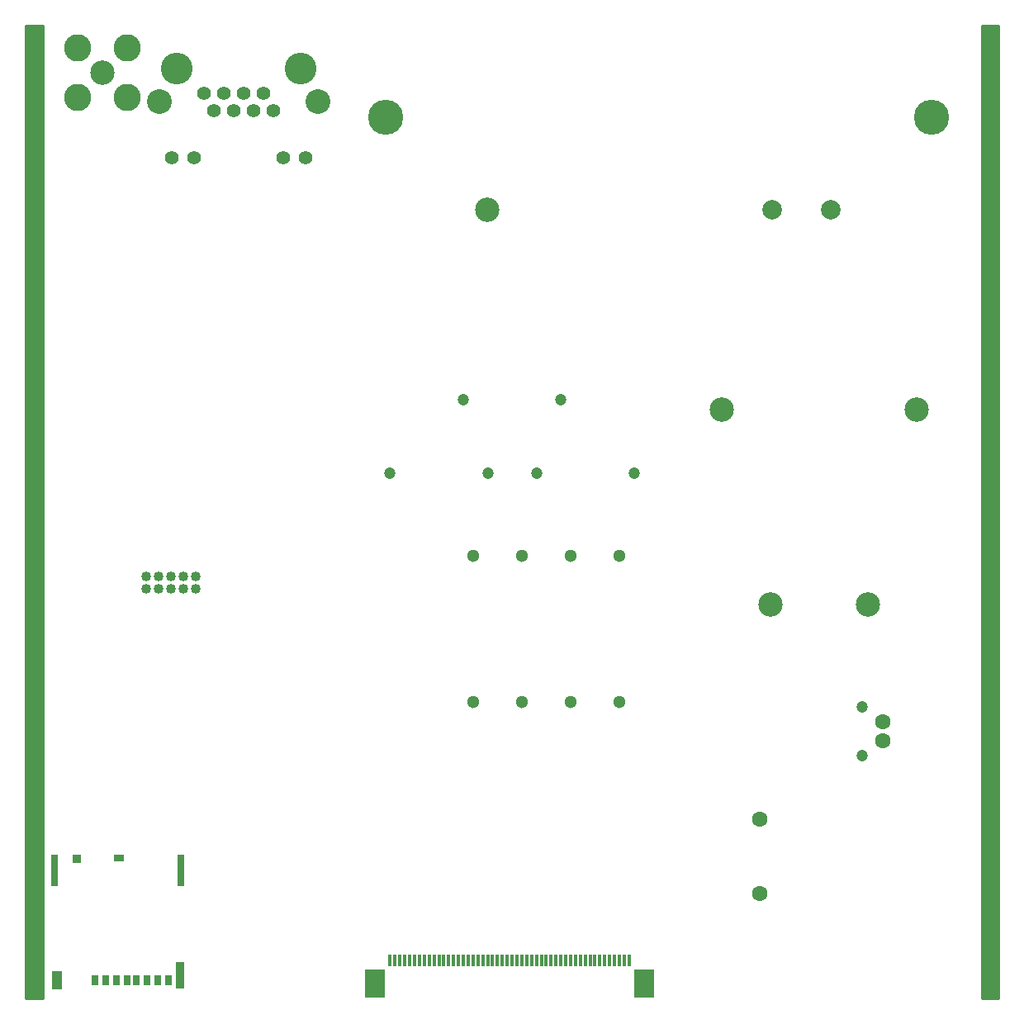
<source format=gbs>
G04 #@! TF.FileFunction,Soldermask,Bot*
%FSLAX46Y46*%
G04 Gerber Fmt 4.6, Leading zero omitted, Abs format (unit mm)*
G04 Created by KiCad (PCBNEW 201609280951+7255~55~ubuntu14.04.1-) date Mon Dec 19 07:10:35 2016*
%MOMM*%
%LPD*%
G01*
G04 APERTURE LIST*
%ADD10C,0.100000*%
%ADD11C,3.600000*%
%ADD12C,2.500000*%
%ADD13C,2.000000*%
%ADD14R,2.000000X3.000000*%
%ADD15R,0.300000X1.250000*%
%ADD16R,0.700000X1.100000*%
%ADD17R,1.140000X1.830000*%
%ADD18R,0.860000X2.800000*%
%ADD19R,0.700000X3.330000*%
%ADD20R,0.900000X0.930000*%
%ADD21R,1.050000X0.780000*%
%ADD22C,1.600000*%
%ADD23C,2.540000*%
%ADD24C,3.251200*%
%ADD25C,1.400000*%
%ADD26C,1.200000*%
%ADD27C,1.300000*%
%ADD28C,1.016000*%
%ADD29C,2.800000*%
%ADD30C,0.254000*%
G04 APERTURE END LIST*
D10*
D11*
X143000000Y-59500000D03*
X87000000Y-59500000D03*
D12*
X97450000Y-69050000D03*
D13*
X132650000Y-69050000D03*
X126650000Y-69050000D03*
D14*
X85960000Y-148325000D03*
X113540000Y-148325000D03*
D15*
X87500000Y-146000000D03*
X88000000Y-146000000D03*
X88500000Y-146000000D03*
X89000000Y-146000000D03*
X89500000Y-146000000D03*
X90000000Y-146000000D03*
X90500000Y-146000000D03*
X91000000Y-146000000D03*
X91500000Y-146000000D03*
X92000000Y-146000000D03*
X92500000Y-146000000D03*
X93000000Y-146000000D03*
X93500000Y-146000000D03*
X94000000Y-146000000D03*
X94500000Y-146000000D03*
X95000000Y-146000000D03*
X95500000Y-146000000D03*
X96000000Y-146000000D03*
X96500000Y-146000000D03*
X97000000Y-146000000D03*
X97500000Y-146000000D03*
X98000000Y-146000000D03*
X98500000Y-146000000D03*
X99000000Y-146000000D03*
X99500000Y-146000000D03*
X100000000Y-146000000D03*
X100500000Y-146000000D03*
X101000000Y-146000000D03*
X101500000Y-146000000D03*
X102000000Y-146000000D03*
X102500000Y-146000000D03*
X103000000Y-146000000D03*
X103500000Y-146000000D03*
X104000000Y-146000000D03*
X104500000Y-146000000D03*
X105000000Y-146000000D03*
X105500000Y-146000000D03*
X106000000Y-146000000D03*
X106500000Y-146000000D03*
X107000000Y-146000000D03*
X107500000Y-146000000D03*
X108000000Y-146000000D03*
X108500000Y-146000000D03*
X109000000Y-146000000D03*
X109500000Y-146000000D03*
X110000000Y-146000000D03*
X110500000Y-146000000D03*
X111000000Y-146000000D03*
X111500000Y-146000000D03*
X112000000Y-146000000D03*
D16*
X57200000Y-148000000D03*
X58300000Y-148000000D03*
X59400000Y-148000000D03*
X60500000Y-148000000D03*
X61500000Y-148000000D03*
X62600000Y-148000000D03*
X63700000Y-148000000D03*
X64800000Y-148000000D03*
D17*
X53320000Y-147985000D03*
D18*
X65980000Y-147500000D03*
D19*
X66060000Y-136735000D03*
X53100000Y-136735000D03*
D20*
X55410000Y-135535000D03*
D21*
X59675000Y-135460000D03*
D22*
X125400000Y-131500000D03*
X125400000Y-139100000D03*
D23*
X63872000Y-57929000D03*
X80128000Y-57929000D03*
D24*
X65650000Y-54500000D03*
X78350000Y-54500000D03*
D25*
X67428000Y-63644000D03*
X76572000Y-63644000D03*
X65142000Y-63644000D03*
X78858000Y-63644000D03*
X68444000Y-57040000D03*
X70476000Y-57040000D03*
X72508000Y-57040000D03*
X74540000Y-57040000D03*
X69460000Y-58818000D03*
X71492000Y-58818000D03*
X73524000Y-58818000D03*
X75556000Y-58818000D03*
D22*
X138000000Y-121500000D03*
X138000000Y-123500000D03*
D26*
X135900000Y-120000000D03*
X135900000Y-125000000D03*
D27*
X111000000Y-104500000D03*
X106000000Y-104500000D03*
X101000000Y-104500000D03*
X96000000Y-104500000D03*
X96000000Y-119500000D03*
X101000000Y-119500000D03*
X106000000Y-119500000D03*
X111000000Y-119500000D03*
D26*
X105000000Y-88500000D03*
X95000000Y-88500000D03*
X87500000Y-96000000D03*
X97500000Y-96000000D03*
X112500000Y-96000000D03*
X102500000Y-96000000D03*
D28*
X67590000Y-106615000D03*
X67590000Y-107885000D03*
X66320000Y-106615000D03*
X66320000Y-107885000D03*
X65050000Y-106615000D03*
X65050000Y-107885000D03*
X63780000Y-106615000D03*
X63780000Y-107885000D03*
X62510000Y-106615000D03*
X62510000Y-107885000D03*
D12*
X58000000Y-55000000D03*
D29*
X60540000Y-57540000D03*
X60540000Y-52460000D03*
X55460000Y-57540000D03*
X55460000Y-52460000D03*
D12*
X121500000Y-89500000D03*
X141500000Y-89500000D03*
X136500000Y-109500000D03*
X126500000Y-109500000D03*
D30*
G36*
X51873000Y-149873000D02*
X50127000Y-149873000D01*
X50127000Y-50127000D01*
X51873000Y-50127000D01*
X51873000Y-149873000D01*
X51873000Y-149873000D01*
G37*
X51873000Y-149873000D02*
X50127000Y-149873000D01*
X50127000Y-50127000D01*
X51873000Y-50127000D01*
X51873000Y-149873000D01*
G36*
X149873000Y-149873000D02*
X148127000Y-149873000D01*
X148127000Y-50127000D01*
X149873000Y-50127000D01*
X149873000Y-149873000D01*
X149873000Y-149873000D01*
G37*
X149873000Y-149873000D02*
X148127000Y-149873000D01*
X148127000Y-50127000D01*
X149873000Y-50127000D01*
X149873000Y-149873000D01*
M02*

</source>
